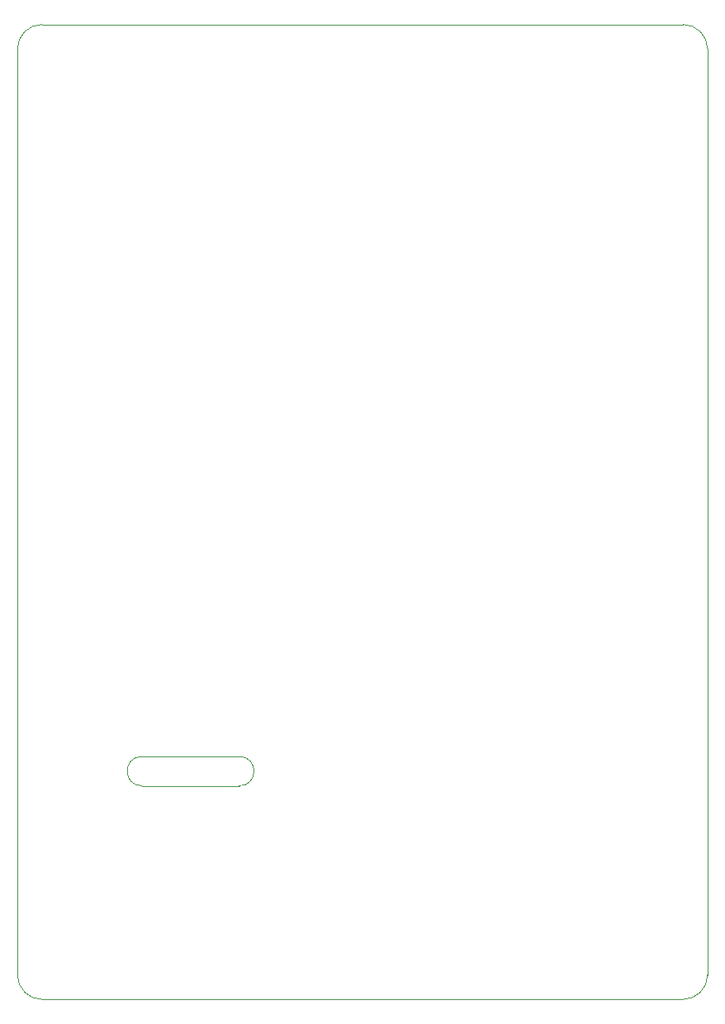
<source format=gko>
G04 #@! TF.GenerationSoftware,KiCad,Pcbnew,(5.1.5)-3*
G04 #@! TF.CreationDate,2020-04-01T20:44:35+02:00*
G04 #@! TF.ProjectId,5vfrommains,35766672-6f6d-46d6-9169-6e732e6b6963,rev?*
G04 #@! TF.SameCoordinates,Original*
G04 #@! TF.FileFunction,Profile,NP*
%FSLAX46Y46*%
G04 Gerber Fmt 4.6, Leading zero omitted, Abs format (unit mm)*
G04 Created by KiCad (PCBNEW (5.1.5)-3) date 2020-04-01 20:44:35*
%MOMM*%
%LPD*%
G04 APERTURE LIST*
%ADD10C,0.050000*%
G04 APERTURE END LIST*
D10*
X196500000Y-119500000D02*
G75*
G02X196500000Y-122500000I0J-1500000D01*
G01*
X186500000Y-122500000D02*
G75*
G02X186500000Y-119500000I0J1500000D01*
G01*
X196500000Y-122500000D02*
X186500000Y-122500000D01*
X186500000Y-119500000D02*
X196500000Y-119500000D01*
X242000000Y-44450000D02*
X176250000Y-44450000D01*
X173750000Y-46950000D02*
G75*
G02X176250000Y-44450000I2500000J0D01*
G01*
X173750000Y-141900000D02*
X173750000Y-46950000D01*
X176250000Y-144400000D02*
G75*
G02X173750000Y-141900000I0J2500000D01*
G01*
X244500000Y-141900000D02*
G75*
G02X242000000Y-144400000I-2500000J0D01*
G01*
X242000000Y-44450000D02*
G75*
G02X244500000Y-46950000I0J-2500000D01*
G01*
X242000000Y-144400000D02*
X176250000Y-144400000D01*
X244500000Y-46950000D02*
X244500000Y-141900000D01*
M02*

</source>
